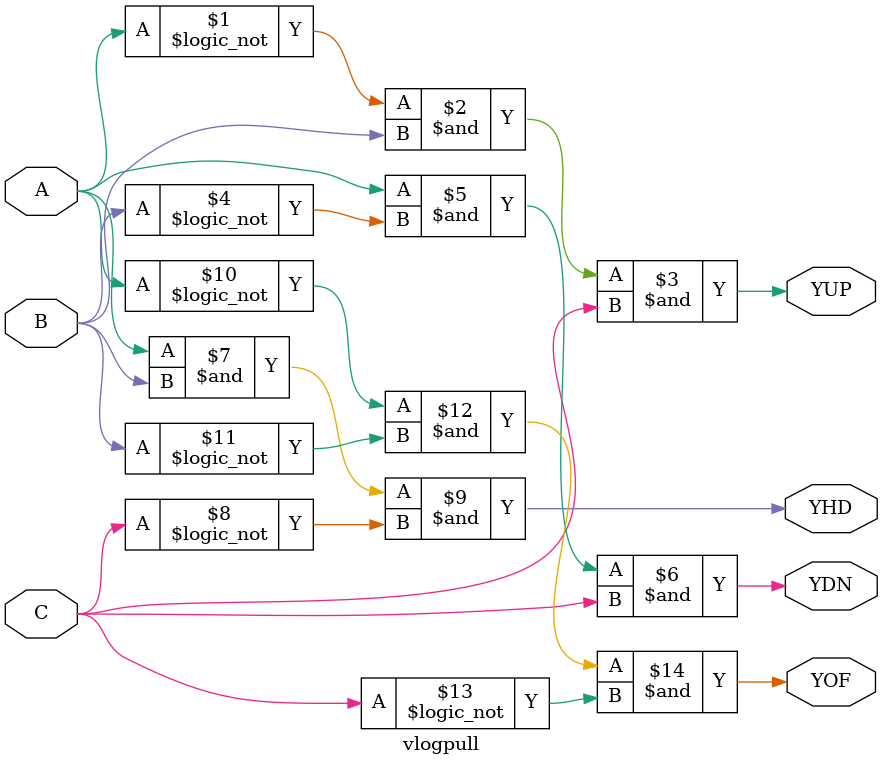
<source format=v>
/****************************************
 * Verilog source constraint example
 *    Pin PULL Control for Exemplar
 *    2/05/2001 K.Lee
 * Lattice Applications Engineering
 ****************************************/


/*** The syntax of Verilog Exemplar Pin PULL control ***/
 //exemplar attribute [PinName] PULL [TYPE]
  /* TYPE can be either UP, DOWN, HOLD or OFF */


module vlogpull(A,B,C,YUP,YDN,YHD,YOF);

	input A,B,C;	//exemplar attribute A PULL UP
			//exemplar attribute B PULL DOWN
			//exemplar attribute C PULL HOLD
	output YUP; 	//exemplar attribute YUP PULL UP
	output YDN; 	//exemplar attribute YDN PULL DOWN
	output YHD; 	//exemplar attribute YHD PULL HOLD
	output YOF; 	//exemplar attribute YOF PULL OFF

	assign YUP = !A & B & C;
	assign YDN = A & !B & C;
	assign YHD = A & B & !C;
	assign YOF = !A & !B & !C;

endmodule



</source>
